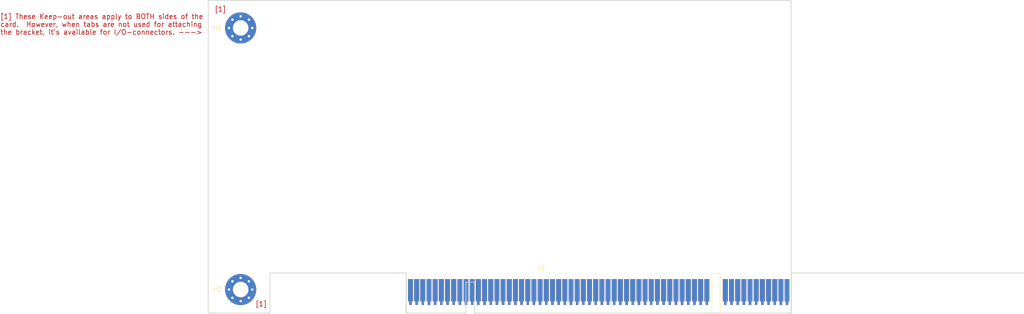
<source format=kicad_pcb>
(kicad_pcb (version 20171130) (host pcbnew "(5.1.7)-1")

  (general
    (thickness 1.6)
    (drawings 45)
    (tracks 0)
    (zones 0)
    (modules 3)
    (nets 122)
  )

  (page A4)
  (layers
    (0 Top signal)
    (1 GND power)
    (2 Power power)
    (31 Bottom signal)
    (32 B.Adhes user)
    (33 F.Adhes user)
    (34 B.Paste user)
    (35 F.Paste user)
    (36 B.SilkS user)
    (37 F.SilkS user)
    (38 B.Mask user)
    (39 F.Mask user)
    (40 Dwgs.User user)
    (41 Cmts.User user)
    (42 Eco1.User user)
    (43 Eco2.User user)
    (44 Edge.Cuts user)
    (45 Margin user)
    (46 B.CrtYd user)
    (47 F.CrtYd user)
    (48 B.Fab user)
    (49 F.Fab user)
  )

  (setup
    (last_trace_width 0.25)
    (user_trace_width 0.1)
    (user_trace_width 0.15)
    (user_trace_width 0.175)
    (user_trace_width 0.2)
    (user_trace_width 0.3)
    (user_trace_width 0.35)
    (user_trace_width 0.4)
    (user_trace_width 0.5)
    (user_trace_width 1)
    (trace_clearance 0.2)
    (zone_clearance 0.508)
    (zone_45_only no)
    (trace_min 0.1)
    (via_size 0.8)
    (via_drill 0.4)
    (via_min_size 0.45)
    (via_min_drill 0.2)
    (user_via 0.45 0.2)
    (user_via 0.5 0.25)
    (user_via 0.6 0.3)
    (user_via 0.7 0.35)
    (user_via 0.8 0.4)
    (user_via 1 0.5)
    (user_via 1.5 0.75)
    (user_via 3.5 2)
    (uvia_size 0.45)
    (uvia_drill 0.2)
    (uvias_allowed no)
    (uvia_min_size 0.2)
    (uvia_min_drill 0.1)
    (edge_width 0.05)
    (segment_width 0.2)
    (pcb_text_width 0.3)
    (pcb_text_size 1.5 1.5)
    (mod_edge_width 0.12)
    (mod_text_size 1 1)
    (mod_text_width 0.15)
    (pad_size 6.4 6.4)
    (pad_drill 3.2)
    (pad_to_mask_clearance 0.051)
    (solder_mask_min_width 0.1)
    (aux_axis_origin 0 0)
    (visible_elements 7FFFFFFF)
    (pcbplotparams
      (layerselection 0x010fc_ffffffff)
      (usegerberextensions false)
      (usegerberattributes false)
      (usegerberadvancedattributes false)
      (creategerberjobfile false)
      (excludeedgelayer true)
      (linewidth 0.100000)
      (plotframeref false)
      (viasonmask false)
      (mode 1)
      (useauxorigin false)
      (hpglpennumber 1)
      (hpglpenspeed 20)
      (hpglpendiameter 15.000000)
      (psnegative false)
      (psa4output false)
      (plotreference true)
      (plotvalue true)
      (plotinvisibletext false)
      (padsonsilk false)
      (subtractmaskfromsilk false)
      (outputformat 1)
      (mirror false)
      (drillshape 1)
      (scaleselection 1)
      (outputdirectory ""))
  )

  (net 0 "")
  (net 1 GND)
  (net 2 "Net-(J1-PadA62)")
  (net 3 "Net-(J1-PadA61)")
  (net 4 "Net-(J1-PadA60)")
  (net 5 "Net-(J1-PadA59)")
  (net 6 "Net-(J1-PadA58)")
  (net 7 "Net-(J1-PadA57)")
  (net 8 "Net-(J1-PadA56)")
  (net 9 "Net-(J1-PadA55)")
  (net 10 "Net-(J1-PadA54)")
  (net 11 "Net-(J1-PadA53)")
  (net 12 "Net-(J1-PadA52)")
  (net 13 "Net-(J1-PadA49)")
  (net 14 "Net-(J1-PadA48)")
  (net 15 "Net-(J1-PadA47)")
  (net 16 "Net-(J1-PadA46)")
  (net 17 "Net-(J1-PadA45)")
  (net 18 "Net-(J1-PadA44)")
  (net 19 "Net-(J1-PadA43)")
  (net 20 "Net-(J1-PadA42)")
  (net 21 "Net-(J1-PadA41)")
  (net 22 "Net-(J1-PadA40)")
  (net 23 "Net-(J1-PadA39)")
  (net 24 "Net-(J1-PadA38)")
  (net 25 "Net-(J1-PadA37)")
  (net 26 "Net-(J1-PadA36)")
  (net 27 "Net-(J1-PadA35)")
  (net 28 "Net-(J1-PadA34)")
  (net 29 "Net-(J1-PadA33)")
  (net 30 "Net-(J1-PadA32)")
  (net 31 "Net-(J1-PadA31)")
  (net 32 "Net-(J1-PadA30)")
  (net 33 "Net-(J1-PadA29)")
  (net 34 "Net-(J1-PadA28)")
  (net 35 "Net-(J1-PadA27)")
  (net 36 "Net-(J1-PadA26)")
  (net 37 "Net-(J1-PadA25)")
  (net 38 "Net-(J1-PadA24)")
  (net 39 "Net-(J1-PadA23)")
  (net 40 "Net-(J1-PadA22)")
  (net 41 "Net-(J1-PadA21)")
  (net 42 "Net-(J1-PadA20)")
  (net 43 "Net-(J1-PadA19)")
  (net 44 "Net-(J1-PadA18)")
  (net 45 "Net-(J1-PadA17)")
  (net 46 "Net-(J1-PadA16)")
  (net 47 "Net-(J1-PadA15)")
  (net 48 "Net-(J1-PadA14)")
  (net 49 "Net-(J1-PadA13)")
  (net 50 "Net-(J1-PadA12)")
  (net 51 "Net-(J1-PadA11)")
  (net 52 "Net-(J1-PadA10)")
  (net 53 "Net-(J1-PadA9)")
  (net 54 "Net-(J1-PadA8)")
  (net 55 "Net-(J1-PadA7)")
  (net 56 "Net-(J1-PadA6)")
  (net 57 "Net-(J1-PadA5)")
  (net 58 "Net-(J1-PadA4)")
  (net 59 "Net-(J1-PadA3)")
  (net 60 "Net-(J1-PadA2)")
  (net 61 "Net-(J1-PadA1)")
  (net 62 "Net-(J1-PadB1)")
  (net 63 "Net-(J1-PadB62)")
  (net 64 "Net-(J1-PadB61)")
  (net 65 "Net-(J1-PadB60)")
  (net 66 "Net-(J1-PadB59)")
  (net 67 "Net-(J1-PadB58)")
  (net 68 "Net-(J1-PadB57)")
  (net 69 "Net-(J1-PadB56)")
  (net 70 "Net-(J1-PadB55)")
  (net 71 "Net-(J1-PadB54)")
  (net 72 "Net-(J1-PadB53)")
  (net 73 "Net-(J1-PadB52)")
  (net 74 "Net-(J1-PadB49)")
  (net 75 "Net-(J1-PadB48)")
  (net 76 "Net-(J1-PadB47)")
  (net 77 "Net-(J1-PadB46)")
  (net 78 "Net-(J1-PadB45)")
  (net 79 "Net-(J1-PadB44)")
  (net 80 "Net-(J1-PadB43)")
  (net 81 "Net-(J1-PadB42)")
  (net 82 "Net-(J1-PadB41)")
  (net 83 "Net-(J1-PadB40)")
  (net 84 "Net-(J1-PadB39)")
  (net 85 "Net-(J1-PadB38)")
  (net 86 "Net-(J1-PadB37)")
  (net 87 "Net-(J1-PadB36)")
  (net 88 "Net-(J1-PadB35)")
  (net 89 "Net-(J1-PadB34)")
  (net 90 "Net-(J1-PadB33)")
  (net 91 "Net-(J1-PadB32)")
  (net 92 "Net-(J1-PadB31)")
  (net 93 "Net-(J1-PadB30)")
  (net 94 "Net-(J1-PadB29)")
  (net 95 "Net-(J1-PadB28)")
  (net 96 "Net-(J1-PadB27)")
  (net 97 "Net-(J1-PadB26)")
  (net 98 "Net-(J1-PadB25)")
  (net 99 "Net-(J1-PadB24)")
  (net 100 "Net-(J1-PadB23)")
  (net 101 "Net-(J1-PadB22)")
  (net 102 "Net-(J1-PadB21)")
  (net 103 "Net-(J1-PadB20)")
  (net 104 "Net-(J1-PadB19)")
  (net 105 "Net-(J1-PadB18)")
  (net 106 "Net-(J1-PadB17)")
  (net 107 "Net-(J1-PadB16)")
  (net 108 "Net-(J1-PadB15)")
  (net 109 "Net-(J1-PadB14)")
  (net 110 "Net-(J1-PadB13)")
  (net 111 "Net-(J1-PadB12)")
  (net 112 "Net-(J1-PadB11)")
  (net 113 "Net-(J1-PadB10)")
  (net 114 "Net-(J1-PadB9)")
  (net 115 "Net-(J1-PadB8)")
  (net 116 "Net-(J1-PadB7)")
  (net 117 "Net-(J1-PadB6)")
  (net 118 "Net-(J1-PadB5)")
  (net 119 "Net-(J1-PadB4)")
  (net 120 "Net-(J1-PadB3)")
  (net 121 "Net-(J1-PadB2)")

  (net_class Default "This is the default net class."
    (clearance 0.2)
    (trace_width 0.25)
    (via_dia 0.8)
    (via_drill 0.4)
    (uvia_dia 0.45)
    (uvia_drill 0.2)
    (add_net GND)
    (add_net "Net-(J1-PadA1)")
    (add_net "Net-(J1-PadA10)")
    (add_net "Net-(J1-PadA11)")
    (add_net "Net-(J1-PadA12)")
    (add_net "Net-(J1-PadA13)")
    (add_net "Net-(J1-PadA14)")
    (add_net "Net-(J1-PadA15)")
    (add_net "Net-(J1-PadA16)")
    (add_net "Net-(J1-PadA17)")
    (add_net "Net-(J1-PadA18)")
    (add_net "Net-(J1-PadA19)")
    (add_net "Net-(J1-PadA2)")
    (add_net "Net-(J1-PadA20)")
    (add_net "Net-(J1-PadA21)")
    (add_net "Net-(J1-PadA22)")
    (add_net "Net-(J1-PadA23)")
    (add_net "Net-(J1-PadA24)")
    (add_net "Net-(J1-PadA25)")
    (add_net "Net-(J1-PadA26)")
    (add_net "Net-(J1-PadA27)")
    (add_net "Net-(J1-PadA28)")
    (add_net "Net-(J1-PadA29)")
    (add_net "Net-(J1-PadA3)")
    (add_net "Net-(J1-PadA30)")
    (add_net "Net-(J1-PadA31)")
    (add_net "Net-(J1-PadA32)")
    (add_net "Net-(J1-PadA33)")
    (add_net "Net-(J1-PadA34)")
    (add_net "Net-(J1-PadA35)")
    (add_net "Net-(J1-PadA36)")
    (add_net "Net-(J1-PadA37)")
    (add_net "Net-(J1-PadA38)")
    (add_net "Net-(J1-PadA39)")
    (add_net "Net-(J1-PadA4)")
    (add_net "Net-(J1-PadA40)")
    (add_net "Net-(J1-PadA41)")
    (add_net "Net-(J1-PadA42)")
    (add_net "Net-(J1-PadA43)")
    (add_net "Net-(J1-PadA44)")
    (add_net "Net-(J1-PadA45)")
    (add_net "Net-(J1-PadA46)")
    (add_net "Net-(J1-PadA47)")
    (add_net "Net-(J1-PadA48)")
    (add_net "Net-(J1-PadA49)")
    (add_net "Net-(J1-PadA5)")
    (add_net "Net-(J1-PadA52)")
    (add_net "Net-(J1-PadA53)")
    (add_net "Net-(J1-PadA54)")
    (add_net "Net-(J1-PadA55)")
    (add_net "Net-(J1-PadA56)")
    (add_net "Net-(J1-PadA57)")
    (add_net "Net-(J1-PadA58)")
    (add_net "Net-(J1-PadA59)")
    (add_net "Net-(J1-PadA6)")
    (add_net "Net-(J1-PadA60)")
    (add_net "Net-(J1-PadA61)")
    (add_net "Net-(J1-PadA62)")
    (add_net "Net-(J1-PadA7)")
    (add_net "Net-(J1-PadA8)")
    (add_net "Net-(J1-PadA9)")
    (add_net "Net-(J1-PadB1)")
    (add_net "Net-(J1-PadB10)")
    (add_net "Net-(J1-PadB11)")
    (add_net "Net-(J1-PadB12)")
    (add_net "Net-(J1-PadB13)")
    (add_net "Net-(J1-PadB14)")
    (add_net "Net-(J1-PadB15)")
    (add_net "Net-(J1-PadB16)")
    (add_net "Net-(J1-PadB17)")
    (add_net "Net-(J1-PadB18)")
    (add_net "Net-(J1-PadB19)")
    (add_net "Net-(J1-PadB2)")
    (add_net "Net-(J1-PadB20)")
    (add_net "Net-(J1-PadB21)")
    (add_net "Net-(J1-PadB22)")
    (add_net "Net-(J1-PadB23)")
    (add_net "Net-(J1-PadB24)")
    (add_net "Net-(J1-PadB25)")
    (add_net "Net-(J1-PadB26)")
    (add_net "Net-(J1-PadB27)")
    (add_net "Net-(J1-PadB28)")
    (add_net "Net-(J1-PadB29)")
    (add_net "Net-(J1-PadB3)")
    (add_net "Net-(J1-PadB30)")
    (add_net "Net-(J1-PadB31)")
    (add_net "Net-(J1-PadB32)")
    (add_net "Net-(J1-PadB33)")
    (add_net "Net-(J1-PadB34)")
    (add_net "Net-(J1-PadB35)")
    (add_net "Net-(J1-PadB36)")
    (add_net "Net-(J1-PadB37)")
    (add_net "Net-(J1-PadB38)")
    (add_net "Net-(J1-PadB39)")
    (add_net "Net-(J1-PadB4)")
    (add_net "Net-(J1-PadB40)")
    (add_net "Net-(J1-PadB41)")
    (add_net "Net-(J1-PadB42)")
    (add_net "Net-(J1-PadB43)")
    (add_net "Net-(J1-PadB44)")
    (add_net "Net-(J1-PadB45)")
    (add_net "Net-(J1-PadB46)")
    (add_net "Net-(J1-PadB47)")
    (add_net "Net-(J1-PadB48)")
    (add_net "Net-(J1-PadB49)")
    (add_net "Net-(J1-PadB5)")
    (add_net "Net-(J1-PadB52)")
    (add_net "Net-(J1-PadB53)")
    (add_net "Net-(J1-PadB54)")
    (add_net "Net-(J1-PadB55)")
    (add_net "Net-(J1-PadB56)")
    (add_net "Net-(J1-PadB57)")
    (add_net "Net-(J1-PadB58)")
    (add_net "Net-(J1-PadB59)")
    (add_net "Net-(J1-PadB6)")
    (add_net "Net-(J1-PadB60)")
    (add_net "Net-(J1-PadB61)")
    (add_net "Net-(J1-PadB62)")
    (add_net "Net-(J1-PadB7)")
    (add_net "Net-(J1-PadB8)")
    (add_net "Net-(J1-PadB9)")
  )

  (net_class BGA ""
    (clearance 0.127)
    (trace_width 0.1)
    (via_dia 0.45)
    (via_drill 0.2)
    (uvia_dia 0.45)
    (uvia_drill 0.2)
  )

  (module Connector_PCBEdge:BUS_PCI (layer Top) (tedit 5A1AAD44) (tstamp 5F860040)
    (at 145.01 154.97)
    (descr "PCI bus Edge Connector")
    (tags "PCI bus Edge Connector")
    (path /6666DF7A/5F8A4B6D)
    (attr virtual)
    (fp_text reference J1 (at -11.81 -5.78) (layer F.SilkS)
      (effects (font (size 1 1) (thickness 0.15)))
    )
    (fp_text value Bus_PCI_32bit_5V (at 18.29 -5.78) (layer F.Fab)
      (effects (font (size 1 1) (thickness 0.15)))
    )
    (fp_line (start 39.68 3.37) (end 39.68 -4.88) (layer F.SilkS) (width 0.12))
    (fp_line (start 39.68 -4.88) (end 39.98 -4.88) (layer F.SilkS) (width 0.12))
    (fp_line (start 23.28 3.37) (end 23.28 -4.83) (layer F.SilkS) (width 0.12))
    (fp_line (start 23.28 -4.83) (end 24.93 -4.83) (layer F.SilkS) (width 0.12))
    (fp_line (start 24.93 -4.83) (end 24.98 3.37) (layer F.SilkS) (width 0.12))
    (fp_line (start -40.27 -4.88) (end -39.67 -4.88) (layer F.SilkS) (width 0.12))
    (fp_line (start -39.67 -4.88) (end -39.72 3.37) (layer F.SilkS) (width 0.12))
    (fp_line (start -39.62 -4.89) (end -39.62 3.37) (layer F.Fab) (width 0.1))
    (fp_line (start -39.62 3.37) (end 23.24 3.37) (layer F.Fab) (width 0.1))
    (fp_line (start 23.24 3.37) (end 23.24 -4.89) (layer F.Fab) (width 0.1))
    (fp_line (start 23.24 -4.89) (end 25.02 -4.89) (layer F.Fab) (width 0.1))
    (fp_line (start 25.02 -4.89) (end 25.02 3.37) (layer F.Fab) (width 0.1))
    (fp_line (start 25.02 3.37) (end 39.62 3.37) (layer F.Fab) (width 0.1))
    (fp_line (start 39.62 3.37) (end 39.62 -4.89) (layer F.Fab) (width 0.1))
    (fp_line (start -39.87 -5.14) (end 39.87 -5.14) (layer F.CrtYd) (width 0.05))
    (fp_line (start -39.87 -5.14) (end -39.87 3.62) (layer F.CrtYd) (width 0.05))
    (fp_line (start 39.87 3.62) (end 39.87 -5.14) (layer F.CrtYd) (width 0.05))
    (fp_line (start 39.87 3.62) (end -39.87 3.62) (layer F.CrtYd) (width 0.05))
    (fp_text user %R (at 0 -0.76) (layer F.Fab)
      (effects (font (size 1 1) (thickness 0.15)))
    )
    (pad A62 connect rect (at 38.73 1.33) (size 0.51 0.76) (layers Bottom B.Mask)
      (net 2 "Net-(J1-PadA62)"))
    (pad A61 connect rect (at 37.47 1.33) (size 0.51 0.76) (layers Bottom B.Mask)
      (net 3 "Net-(J1-PadA61)"))
    (pad A60 connect rect (at 36.2 1.33) (size 0.51 0.76) (layers Bottom B.Mask)
      (net 4 "Net-(J1-PadA60)"))
    (pad A59 connect rect (at 34.93 1.33) (size 0.51 0.76) (layers Bottom B.Mask)
      (net 5 "Net-(J1-PadA59)"))
    (pad A58 connect rect (at 33.66 1.33) (size 0.51 0.76) (layers Bottom B.Mask)
      (net 6 "Net-(J1-PadA58)"))
    (pad A57 connect rect (at 32.39 1.33) (size 0.51 0.76) (layers Bottom B.Mask)
      (net 7 "Net-(J1-PadA57)"))
    (pad A56 connect rect (at 31.12 1.33) (size 0.51 0.76) (layers Bottom B.Mask)
      (net 8 "Net-(J1-PadA56)"))
    (pad A55 connect rect (at 29.85 1.33) (size 0.51 0.76) (layers Bottom B.Mask)
      (net 9 "Net-(J1-PadA55)"))
    (pad A54 connect rect (at 28.58 1.33) (size 0.51 0.76) (layers Bottom B.Mask)
      (net 10 "Net-(J1-PadA54)"))
    (pad A53 connect rect (at 27.31 1.33) (size 0.51 0.76) (layers Bottom B.Mask)
      (net 11 "Net-(J1-PadA53)"))
    (pad A52 connect rect (at 26.04 1.33) (size 0.51 0.76) (layers Bottom B.Mask)
      (net 12 "Net-(J1-PadA52)"))
    (pad A49 connect rect (at 22.23 1.33) (size 0.51 0.76) (layers Bottom B.Mask)
      (net 13 "Net-(J1-PadA49)"))
    (pad A48 connect rect (at 20.96 1.33) (size 0.51 0.76) (layers Bottom B.Mask)
      (net 14 "Net-(J1-PadA48)"))
    (pad A47 connect rect (at 19.69 1.33) (size 0.51 0.76) (layers Bottom B.Mask)
      (net 15 "Net-(J1-PadA47)"))
    (pad A46 connect rect (at 18.42 1.33) (size 0.51 0.76) (layers Bottom B.Mask)
      (net 16 "Net-(J1-PadA46)"))
    (pad A45 connect rect (at 17.15 1.33) (size 0.51 0.76) (layers Bottom B.Mask)
      (net 17 "Net-(J1-PadA45)"))
    (pad A44 connect rect (at 15.88 1.33) (size 0.51 0.76) (layers Bottom B.Mask)
      (net 18 "Net-(J1-PadA44)"))
    (pad A43 connect rect (at 14.61 1.33) (size 0.51 0.76) (layers Bottom B.Mask)
      (net 19 "Net-(J1-PadA43)"))
    (pad A42 connect rect (at 13.34 1.33) (size 0.51 0.76) (layers Bottom B.Mask)
      (net 20 "Net-(J1-PadA42)"))
    (pad A41 connect rect (at 12.07 1.33) (size 0.51 0.76) (layers Bottom B.Mask)
      (net 21 "Net-(J1-PadA41)"))
    (pad A40 connect rect (at 10.8 1.33) (size 0.51 0.76) (layers Bottom B.Mask)
      (net 22 "Net-(J1-PadA40)"))
    (pad A39 connect rect (at 9.53 1.33) (size 0.51 0.76) (layers Bottom B.Mask)
      (net 23 "Net-(J1-PadA39)"))
    (pad A38 connect rect (at 8.26 1.33) (size 0.51 0.76) (layers Bottom B.Mask)
      (net 24 "Net-(J1-PadA38)"))
    (pad A37 connect rect (at 6.99 1.33) (size 0.51 0.76) (layers Bottom B.Mask)
      (net 25 "Net-(J1-PadA37)"))
    (pad A36 connect rect (at 5.72 1.33) (size 0.51 0.76) (layers Bottom B.Mask)
      (net 26 "Net-(J1-PadA36)"))
    (pad A35 connect rect (at 4.45 1.33) (size 0.51 0.76) (layers Bottom B.Mask)
      (net 27 "Net-(J1-PadA35)"))
    (pad A34 connect rect (at 3.18 1.33) (size 0.51 0.76) (layers Bottom B.Mask)
      (net 28 "Net-(J1-PadA34)"))
    (pad A33 connect rect (at 1.91 1.33) (size 0.51 0.76) (layers Bottom B.Mask)
      (net 29 "Net-(J1-PadA33)"))
    (pad A32 connect rect (at 0.64 1.33) (size 0.51 0.76) (layers Bottom B.Mask)
      (net 30 "Net-(J1-PadA32)"))
    (pad A31 connect rect (at -0.63 1.33) (size 0.51 0.76) (layers Bottom B.Mask)
      (net 31 "Net-(J1-PadA31)"))
    (pad A30 connect rect (at -1.9 1.33) (size 0.51 0.76) (layers Bottom B.Mask)
      (net 32 "Net-(J1-PadA30)"))
    (pad A29 connect rect (at -3.17 1.33) (size 0.51 0.76) (layers Bottom B.Mask)
      (net 33 "Net-(J1-PadA29)"))
    (pad A28 connect rect (at -4.44 1.33) (size 0.51 0.76) (layers Bottom B.Mask)
      (net 34 "Net-(J1-PadA28)"))
    (pad A27 connect rect (at -5.71 1.33) (size 0.51 0.76) (layers Bottom B.Mask)
      (net 35 "Net-(J1-PadA27)"))
    (pad A26 connect rect (at -6.98 1.33) (size 0.51 0.76) (layers Bottom B.Mask)
      (net 36 "Net-(J1-PadA26)"))
    (pad A25 connect rect (at -8.25 1.33) (size 0.51 0.76) (layers Bottom B.Mask)
      (net 37 "Net-(J1-PadA25)"))
    (pad A24 connect rect (at -9.52 1.33) (size 0.51 0.76) (layers Bottom B.Mask)
      (net 38 "Net-(J1-PadA24)"))
    (pad A23 connect rect (at -10.79 1.33) (size 0.51 0.76) (layers Bottom B.Mask)
      (net 39 "Net-(J1-PadA23)"))
    (pad A22 connect rect (at -12.06 1.33) (size 0.51 0.76) (layers Bottom B.Mask)
      (net 40 "Net-(J1-PadA22)"))
    (pad A21 connect rect (at -13.34 1.33) (size 0.51 0.76) (layers Bottom B.Mask)
      (net 41 "Net-(J1-PadA21)"))
    (pad A20 connect rect (at -14.6 1.33) (size 0.51 0.76) (layers Bottom B.Mask)
      (net 42 "Net-(J1-PadA20)"))
    (pad A19 connect rect (at -15.88 1.33) (size 0.51 0.76) (layers Bottom B.Mask)
      (net 43 "Net-(J1-PadA19)"))
    (pad A18 connect rect (at -17.14 1.33) (size 0.51 0.76) (layers Bottom B.Mask)
      (net 44 "Net-(J1-PadA18)"))
    (pad A17 connect rect (at -18.41 1.33) (size 0.51 0.76) (layers Bottom B.Mask)
      (net 45 "Net-(J1-PadA17)"))
    (pad A16 connect rect (at -19.68 1.33) (size 0.51 0.76) (layers Bottom B.Mask)
      (net 46 "Net-(J1-PadA16)"))
    (pad A15 connect rect (at -20.95 1.33) (size 0.51 0.76) (layers Bottom B.Mask)
      (net 47 "Net-(J1-PadA15)"))
    (pad A14 connect rect (at -22.22 1.33) (size 0.51 0.76) (layers Bottom B.Mask)
      (net 48 "Net-(J1-PadA14)"))
    (pad A13 connect rect (at -23.49 1.33) (size 0.51 0.76) (layers Bottom B.Mask)
      (net 49 "Net-(J1-PadA13)"))
    (pad A12 connect rect (at -24.77 1.33) (size 0.51 0.76) (layers Bottom B.Mask)
      (net 50 "Net-(J1-PadA12)"))
    (pad A11 connect rect (at -26.03 1.33) (size 0.51 0.76) (layers Bottom B.Mask)
      (net 51 "Net-(J1-PadA11)"))
    (pad A10 connect rect (at -27.3 1.33) (size 0.51 0.76) (layers Bottom B.Mask)
      (net 52 "Net-(J1-PadA10)"))
    (pad A9 connect rect (at -28.57 1.33) (size 0.51 0.76) (layers Bottom B.Mask)
      (net 53 "Net-(J1-PadA9)"))
    (pad A8 connect rect (at -29.84 1.33) (size 0.51 0.76) (layers Bottom B.Mask)
      (net 54 "Net-(J1-PadA8)"))
    (pad A7 connect rect (at -31.11 1.33) (size 0.51 0.76) (layers Bottom B.Mask)
      (net 55 "Net-(J1-PadA7)"))
    (pad A6 connect rect (at -32.38 1.33) (size 0.51 0.76) (layers Bottom B.Mask)
      (net 56 "Net-(J1-PadA6)"))
    (pad A5 connect rect (at -33.65 1.33) (size 0.51 0.76) (layers Bottom B.Mask)
      (net 57 "Net-(J1-PadA5)"))
    (pad A4 connect rect (at -34.92 1.33) (size 0.51 0.76) (layers Bottom B.Mask)
      (net 58 "Net-(J1-PadA4)"))
    (pad A3 connect rect (at -36.2 1.33) (size 0.51 0.76) (layers Bottom B.Mask)
      (net 59 "Net-(J1-PadA3)"))
    (pad A2 connect rect (at -37.46 1.33) (size 0.51 0.76) (layers Bottom B.Mask)
      (net 60 "Net-(J1-PadA2)"))
    (pad A1 connect rect (at -38.73 1.33) (size 0.51 0.76) (layers Bottom B.Mask)
      (net 61 "Net-(J1-PadA1)"))
    (pad B1 connect rect (at -38.73 1.33) (size 0.51 0.76) (layers Top F.Mask)
      (net 62 "Net-(J1-PadB1)"))
    (pad B62 connect rect (at 38.73 1.33) (size 0.51 0.76) (layers Top F.Mask)
      (net 63 "Net-(J1-PadB62)"))
    (pad B61 connect rect (at 37.47 1.33) (size 0.51 0.76) (layers Top F.Mask)
      (net 64 "Net-(J1-PadB61)"))
    (pad B60 connect rect (at 36.2 1.33) (size 0.51 0.76) (layers Top F.Mask)
      (net 65 "Net-(J1-PadB60)"))
    (pad B59 connect rect (at 34.93 1.33) (size 0.51 0.76) (layers Top F.Mask)
      (net 66 "Net-(J1-PadB59)"))
    (pad B58 connect rect (at 33.66 1.33) (size 0.51 0.76) (layers Top F.Mask)
      (net 67 "Net-(J1-PadB58)"))
    (pad B57 connect rect (at 32.39 1.33) (size 0.51 0.76) (layers Top F.Mask)
      (net 68 "Net-(J1-PadB57)"))
    (pad B56 connect rect (at 31.12 1.33) (size 0.51 0.76) (layers Top F.Mask)
      (net 69 "Net-(J1-PadB56)"))
    (pad B55 connect rect (at 29.85 1.33) (size 0.51 0.76) (layers Top F.Mask)
      (net 70 "Net-(J1-PadB55)"))
    (pad B54 connect rect (at 28.58 1.33) (size 0.51 0.76) (layers Top F.Mask)
      (net 71 "Net-(J1-PadB54)"))
    (pad B53 connect rect (at 27.31 1.33) (size 0.51 0.76) (layers Top F.Mask)
      (net 72 "Net-(J1-PadB53)"))
    (pad B52 connect rect (at 26.04 1.33) (size 0.51 0.76) (layers Top F.Mask)
      (net 73 "Net-(J1-PadB52)"))
    (pad B49 connect rect (at 22.23 1.33) (size 0.51 0.76) (layers Top F.Mask)
      (net 74 "Net-(J1-PadB49)"))
    (pad B48 connect rect (at 20.96 1.33) (size 0.51 0.76) (layers Top F.Mask)
      (net 75 "Net-(J1-PadB48)"))
    (pad B47 connect rect (at 19.69 1.33) (size 0.51 0.76) (layers Top F.Mask)
      (net 76 "Net-(J1-PadB47)"))
    (pad B46 connect rect (at 18.42 1.33) (size 0.51 0.76) (layers Top F.Mask)
      (net 77 "Net-(J1-PadB46)"))
    (pad B45 connect rect (at 17.15 1.33) (size 0.51 0.76) (layers Top F.Mask)
      (net 78 "Net-(J1-PadB45)"))
    (pad B44 connect rect (at 15.88 1.33) (size 0.51 0.76) (layers Top F.Mask)
      (net 79 "Net-(J1-PadB44)"))
    (pad B43 connect rect (at 14.61 1.33) (size 0.51 0.76) (layers Top F.Mask)
      (net 80 "Net-(J1-PadB43)"))
    (pad B42 connect rect (at 13.34 1.33) (size 0.51 0.76) (layers Top F.Mask)
      (net 81 "Net-(J1-PadB42)"))
    (pad B41 connect rect (at 12.07 1.33) (size 0.51 0.76) (layers Top F.Mask)
      (net 82 "Net-(J1-PadB41)"))
    (pad B40 connect rect (at 10.8 1.33) (size 0.51 0.76) (layers Top F.Mask)
      (net 83 "Net-(J1-PadB40)"))
    (pad B39 connect rect (at 9.53 1.33) (size 0.51 0.76) (layers Top F.Mask)
      (net 84 "Net-(J1-PadB39)"))
    (pad B38 connect rect (at 8.26 1.33) (size 0.51 0.76) (layers Top F.Mask)
      (net 85 "Net-(J1-PadB38)"))
    (pad B37 connect rect (at 6.99 1.33) (size 0.51 0.76) (layers Top F.Mask)
      (net 86 "Net-(J1-PadB37)"))
    (pad B36 connect rect (at 5.72 1.33) (size 0.51 0.76) (layers Top F.Mask)
      (net 87 "Net-(J1-PadB36)"))
    (pad B35 connect rect (at 4.45 1.33) (size 0.51 0.76) (layers Top F.Mask)
      (net 88 "Net-(J1-PadB35)"))
    (pad B34 connect rect (at 3.18 1.33) (size 0.51 0.76) (layers Top F.Mask)
      (net 89 "Net-(J1-PadB34)"))
    (pad B33 connect rect (at 1.91 1.33) (size 0.51 0.76) (layers Top F.Mask)
      (net 90 "Net-(J1-PadB33)"))
    (pad B32 connect rect (at 0.64 1.33) (size 0.51 0.76) (layers Top F.Mask)
      (net 91 "Net-(J1-PadB32)"))
    (pad B31 connect rect (at -0.63 1.33) (size 0.51 0.76) (layers Top F.Mask)
      (net 92 "Net-(J1-PadB31)"))
    (pad B30 connect rect (at -1.9 1.33) (size 0.51 0.76) (layers Top F.Mask)
      (net 93 "Net-(J1-PadB30)"))
    (pad B29 connect rect (at -3.17 1.33) (size 0.51 0.76) (layers Top F.Mask)
      (net 94 "Net-(J1-PadB29)"))
    (pad B28 connect rect (at -4.44 1.33) (size 0.51 0.76) (layers Top F.Mask)
      (net 95 "Net-(J1-PadB28)"))
    (pad B27 connect rect (at -5.71 1.33) (size 0.51 0.76) (layers Top F.Mask)
      (net 96 "Net-(J1-PadB27)"))
    (pad B26 connect rect (at -6.98 1.33) (size 0.51 0.76) (layers Top F.Mask)
      (net 97 "Net-(J1-PadB26)"))
    (pad B25 connect rect (at -8.25 1.33) (size 0.51 0.76) (layers Top F.Mask)
      (net 98 "Net-(J1-PadB25)"))
    (pad B24 connect rect (at -9.52 1.33) (size 0.51 0.76) (layers Top F.Mask)
      (net 99 "Net-(J1-PadB24)"))
    (pad B23 connect rect (at -10.79 1.33) (size 0.51 0.76) (layers Top F.Mask)
      (net 100 "Net-(J1-PadB23)"))
    (pad B22 connect rect (at -12.06 1.33) (size 0.51 0.76) (layers Top F.Mask)
      (net 101 "Net-(J1-PadB22)"))
    (pad B21 connect rect (at -13.34 1.33) (size 0.51 0.76) (layers Top F.Mask)
      (net 102 "Net-(J1-PadB21)"))
    (pad B20 connect rect (at -14.6 1.33) (size 0.51 0.76) (layers Top F.Mask)
      (net 103 "Net-(J1-PadB20)"))
    (pad B19 connect rect (at -15.88 1.33) (size 0.51 0.76) (layers Top F.Mask)
      (net 104 "Net-(J1-PadB19)"))
    (pad B18 connect rect (at -17.14 1.33) (size 0.51 0.76) (layers Top F.Mask)
      (net 105 "Net-(J1-PadB18)"))
    (pad B17 connect rect (at -18.41 1.33) (size 0.51 0.76) (layers Top F.Mask)
      (net 106 "Net-(J1-PadB17)"))
    (pad B16 connect rect (at -19.68 1.33) (size 0.51 0.76) (layers Top F.Mask)
      (net 107 "Net-(J1-PadB16)"))
    (pad B15 connect rect (at -20.95 1.33) (size 0.51 0.76) (layers Top F.Mask)
      (net 108 "Net-(J1-PadB15)"))
    (pad B14 connect rect (at -22.22 1.33) (size 0.51 0.76) (layers Top F.Mask)
      (net 109 "Net-(J1-PadB14)"))
    (pad B13 connect rect (at -23.49 1.33) (size 0.51 0.76) (layers Top F.Mask)
      (net 110 "Net-(J1-PadB13)"))
    (pad B12 connect rect (at -24.77 1.33) (size 0.51 0.76) (layers Top F.Mask)
      (net 111 "Net-(J1-PadB12)"))
    (pad B11 connect rect (at -26.03 1.33) (size 0.51 0.76) (layers Top F.Mask)
      (net 112 "Net-(J1-PadB11)"))
    (pad B10 connect rect (at -27.3 1.33) (size 0.51 0.76) (layers Top F.Mask)
      (net 113 "Net-(J1-PadB10)"))
    (pad B9 connect rect (at -28.57 1.33) (size 0.51 0.76) (layers Top F.Mask)
      (net 114 "Net-(J1-PadB9)"))
    (pad B8 connect rect (at -29.84 1.33) (size 0.51 0.76) (layers Top F.Mask)
      (net 115 "Net-(J1-PadB8)"))
    (pad B7 connect rect (at -31.11 1.33) (size 0.51 0.76) (layers Top F.Mask)
      (net 116 "Net-(J1-PadB7)"))
    (pad B6 connect rect (at -32.38 1.33) (size 0.51 0.76) (layers Top F.Mask)
      (net 117 "Net-(J1-PadB6)"))
    (pad B5 connect rect (at -33.65 1.33) (size 0.51 0.76) (layers Top F.Mask)
      (net 118 "Net-(J1-PadB5)"))
    (pad B4 connect rect (at -34.92 1.33) (size 0.51 0.76) (layers Top F.Mask)
      (net 119 "Net-(J1-PadB4)"))
    (pad B3 connect rect (at -36.2 1.33) (size 0.51 0.76) (layers Top F.Mask)
      (net 120 "Net-(J1-PadB3)"))
    (pad B2 connect rect (at -37.46 1.33) (size 0.51 0.76) (layers Top F.Mask)
      (net 121 "Net-(J1-PadB2)"))
    (pad A62 connect rect (at 38.73 -1.33) (size 1.02 4.57) (layers Bottom B.Mask)
      (net 2 "Net-(J1-PadA62)"))
    (pad A61 connect rect (at 37.47 -1.33) (size 1.02 4.57) (layers Bottom B.Mask)
      (net 3 "Net-(J1-PadA61)"))
    (pad A60 connect rect (at 36.2 -1.33) (size 1.02 4.57) (layers Bottom B.Mask)
      (net 4 "Net-(J1-PadA60)"))
    (pad A59 connect rect (at 34.93 -1.33) (size 1.02 4.57) (layers Bottom B.Mask)
      (net 5 "Net-(J1-PadA59)"))
    (pad A58 connect rect (at 33.66 -1.33) (size 1.02 4.57) (layers Bottom B.Mask)
      (net 6 "Net-(J1-PadA58)"))
    (pad A57 connect rect (at 32.39 -1.33) (size 1.02 4.57) (layers Bottom B.Mask)
      (net 7 "Net-(J1-PadA57)"))
    (pad A56 connect rect (at 31.12 -1.33) (size 1.02 4.57) (layers Bottom B.Mask)
      (net 8 "Net-(J1-PadA56)"))
    (pad A55 connect rect (at 29.85 -1.33) (size 1.02 4.57) (layers Bottom B.Mask)
      (net 9 "Net-(J1-PadA55)"))
    (pad A54 connect rect (at 28.58 -1.33) (size 1.02 4.57) (layers Bottom B.Mask)
      (net 10 "Net-(J1-PadA54)"))
    (pad A53 connect rect (at 27.31 -1.33) (size 1.02 4.57) (layers Bottom B.Mask)
      (net 11 "Net-(J1-PadA53)"))
    (pad A52 connect rect (at 26.04 -1.33) (size 1.02 4.57) (layers Bottom B.Mask)
      (net 12 "Net-(J1-PadA52)"))
    (pad A49 connect rect (at 22.23 -1.33) (size 1.02 4.57) (layers Bottom B.Mask)
      (net 13 "Net-(J1-PadA49)"))
    (pad A48 connect rect (at 20.96 -1.33) (size 1.02 4.57) (layers Bottom B.Mask)
      (net 14 "Net-(J1-PadA48)"))
    (pad A47 connect rect (at 19.69 -1.33) (size 1.02 4.57) (layers Bottom B.Mask)
      (net 15 "Net-(J1-PadA47)"))
    (pad A46 connect rect (at 18.42 -1.33) (size 1.02 4.57) (layers Bottom B.Mask)
      (net 16 "Net-(J1-PadA46)"))
    (pad A45 connect rect (at 17.15 -1.33) (size 1.02 4.57) (layers Bottom B.Mask)
      (net 17 "Net-(J1-PadA45)"))
    (pad A44 connect rect (at 15.88 -1.33) (size 1.02 4.57) (layers Bottom B.Mask)
      (net 18 "Net-(J1-PadA44)"))
    (pad A43 connect rect (at 14.61 -1.33) (size 1.02 4.57) (layers Bottom B.Mask)
      (net 19 "Net-(J1-PadA43)"))
    (pad A42 connect rect (at 13.34 -1.33) (size 1.02 4.57) (layers Bottom B.Mask)
      (net 20 "Net-(J1-PadA42)"))
    (pad A41 connect rect (at 12.07 -1.33) (size 1.02 4.57) (layers Bottom B.Mask)
      (net 21 "Net-(J1-PadA41)"))
    (pad A40 connect rect (at 10.8 -1.33) (size 1.02 4.57) (layers Bottom B.Mask)
      (net 22 "Net-(J1-PadA40)"))
    (pad A39 connect rect (at 9.53 -1.33) (size 1.02 4.57) (layers Bottom B.Mask)
      (net 23 "Net-(J1-PadA39)"))
    (pad A38 connect rect (at 8.26 -1.33) (size 1.02 4.57) (layers Bottom B.Mask)
      (net 24 "Net-(J1-PadA38)"))
    (pad A37 connect rect (at 6.99 -1.33) (size 1.02 4.57) (layers Bottom B.Mask)
      (net 25 "Net-(J1-PadA37)"))
    (pad A36 connect rect (at 5.72 -1.33) (size 1.02 4.57) (layers Bottom B.Mask)
      (net 26 "Net-(J1-PadA36)"))
    (pad A35 connect rect (at 4.45 -1.33) (size 1.02 4.57) (layers Bottom B.Mask)
      (net 27 "Net-(J1-PadA35)"))
    (pad A34 connect rect (at 3.18 -1.33) (size 1.02 4.57) (layers Bottom B.Mask)
      (net 28 "Net-(J1-PadA34)"))
    (pad A33 connect rect (at 1.91 -1.33) (size 1.02 4.57) (layers Bottom B.Mask)
      (net 29 "Net-(J1-PadA33)"))
    (pad A32 connect rect (at 0.64 -1.33) (size 1.02 4.57) (layers Bottom B.Mask)
      (net 30 "Net-(J1-PadA32)"))
    (pad A31 connect rect (at -0.63 -1.33) (size 1.02 4.57) (layers Bottom B.Mask)
      (net 31 "Net-(J1-PadA31)"))
    (pad A30 connect rect (at -1.9 -1.33) (size 1.02 4.57) (layers Bottom B.Mask)
      (net 32 "Net-(J1-PadA30)"))
    (pad A29 connect rect (at -3.17 -1.33) (size 1.02 4.57) (layers Bottom B.Mask)
      (net 33 "Net-(J1-PadA29)"))
    (pad A28 connect rect (at -4.44 -1.33) (size 1.02 4.57) (layers Bottom B.Mask)
      (net 34 "Net-(J1-PadA28)"))
    (pad A27 connect rect (at -5.71 -1.33) (size 1.02 4.57) (layers Bottom B.Mask)
      (net 35 "Net-(J1-PadA27)"))
    (pad A26 connect rect (at -6.98 -1.33) (size 1.02 4.57) (layers Bottom B.Mask)
      (net 36 "Net-(J1-PadA26)"))
    (pad A25 connect rect (at -8.25 -1.33) (size 1.02 4.57) (layers Bottom B.Mask)
      (net 37 "Net-(J1-PadA25)"))
    (pad A24 connect rect (at -9.52 -1.33) (size 1.02 4.57) (layers Bottom B.Mask)
      (net 38 "Net-(J1-PadA24)"))
    (pad A23 connect rect (at -10.79 -1.33) (size 1.02 4.57) (layers Bottom B.Mask)
      (net 39 "Net-(J1-PadA23)"))
    (pad A22 connect rect (at -12.06 -1.33) (size 1.02 4.57) (layers Bottom B.Mask)
      (net 40 "Net-(J1-PadA22)"))
    (pad A21 connect rect (at -13.34 -1.33) (size 1.02 4.57) (layers Bottom B.Mask)
      (net 41 "Net-(J1-PadA21)"))
    (pad A20 connect rect (at -14.6 -1.33) (size 1.02 4.57) (layers Bottom B.Mask)
      (net 42 "Net-(J1-PadA20)"))
    (pad A19 connect rect (at -15.88 -1.33) (size 1.02 4.57) (layers Bottom B.Mask)
      (net 43 "Net-(J1-PadA19)"))
    (pad A18 connect rect (at -17.14 -1.33) (size 1.02 4.57) (layers Bottom B.Mask)
      (net 44 "Net-(J1-PadA18)"))
    (pad A17 connect rect (at -18.41 -1.33) (size 1.02 4.57) (layers Bottom B.Mask)
      (net 45 "Net-(J1-PadA17)"))
    (pad A16 connect rect (at -19.68 -1.33) (size 1.02 4.57) (layers Bottom B.Mask)
      (net 46 "Net-(J1-PadA16)"))
    (pad A15 connect rect (at -20.95 -1.33) (size 1.02 4.57) (layers Bottom B.Mask)
      (net 47 "Net-(J1-PadA15)"))
    (pad A14 connect rect (at -22.22 -1.33) (size 1.02 4.57) (layers Bottom B.Mask)
      (net 48 "Net-(J1-PadA14)"))
    (pad A13 connect rect (at -23.49 -1.33) (size 1.02 4.57) (layers Bottom B.Mask)
      (net 49 "Net-(J1-PadA13)"))
    (pad A12 connect rect (at -24.77 -1.33) (size 1.02 4.57) (layers Bottom B.Mask)
      (net 50 "Net-(J1-PadA12)"))
    (pad A11 connect rect (at -26.03 -1.33) (size 1.02 4.57) (layers Bottom B.Mask)
      (net 51 "Net-(J1-PadA11)"))
    (pad A10 connect rect (at -27.3 -1.33) (size 1.02 4.57) (layers Bottom B.Mask)
      (net 52 "Net-(J1-PadA10)"))
    (pad A9 connect rect (at -28.57 -1.33) (size 1.02 4.57) (layers Bottom B.Mask)
      (net 53 "Net-(J1-PadA9)"))
    (pad A8 connect rect (at -29.84 -1.33) (size 1.02 4.57) (layers Bottom B.Mask)
      (net 54 "Net-(J1-PadA8)"))
    (pad A7 connect rect (at -31.11 -1.33) (size 1.02 4.57) (layers Bottom B.Mask)
      (net 55 "Net-(J1-PadA7)"))
    (pad A6 connect rect (at -32.38 -1.33) (size 1.02 4.57) (layers Bottom B.Mask)
      (net 56 "Net-(J1-PadA6)"))
    (pad A5 connect rect (at -33.65 -1.33) (size 1.02 4.57) (layers Bottom B.Mask)
      (net 57 "Net-(J1-PadA5)"))
    (pad A4 connect rect (at -34.92 -1.33) (size 1.02 4.57) (layers Bottom B.Mask)
      (net 58 "Net-(J1-PadA4)"))
    (pad A3 connect rect (at -36.2 -1.33) (size 1.02 4.57) (layers Bottom B.Mask)
      (net 59 "Net-(J1-PadA3)"))
    (pad A2 connect rect (at -37.46 -1.33) (size 1.02 4.57) (layers Bottom B.Mask)
      (net 60 "Net-(J1-PadA2)"))
    (pad A1 connect rect (at -38.73 -1.33) (size 1.02 4.57) (layers Bottom B.Mask)
      (net 61 "Net-(J1-PadA1)"))
    (pad B62 connect rect (at 38.73 -1.33) (size 1.02 4.57) (layers Top F.Mask)
      (net 63 "Net-(J1-PadB62)"))
    (pad B61 connect rect (at 37.47 -1.33) (size 1.02 4.57) (layers Top F.Mask)
      (net 64 "Net-(J1-PadB61)"))
    (pad B60 connect rect (at 36.2 -1.33) (size 1.02 4.57) (layers Top F.Mask)
      (net 65 "Net-(J1-PadB60)"))
    (pad B59 connect rect (at 34.93 -1.33) (size 1.02 4.57) (layers Top F.Mask)
      (net 66 "Net-(J1-PadB59)"))
    (pad B58 connect rect (at 33.66 -1.33) (size 1.02 4.57) (layers Top F.Mask)
      (net 67 "Net-(J1-PadB58)"))
    (pad B57 connect rect (at 32.39 -1.33) (size 1.02 4.57) (layers Top F.Mask)
      (net 68 "Net-(J1-PadB57)"))
    (pad B56 connect rect (at 31.12 -1.33) (size 1.02 4.57) (layers Top F.Mask)
      (net 69 "Net-(J1-PadB56)"))
    (pad B55 connect rect (at 29.85 -1.33) (size 1.02 4.57) (layers Top F.Mask)
      (net 70 "Net-(J1-PadB55)"))
    (pad B54 connect rect (at 28.58 -1.33) (size 1.02 4.57) (layers Top F.Mask)
      (net 71 "Net-(J1-PadB54)"))
    (pad B53 connect rect (at 27.31 -1.33) (size 1.02 4.57) (layers Top F.Mask)
      (net 72 "Net-(J1-PadB53)"))
    (pad B52 connect rect (at 26.04 -1.33) (size 1.02 4.57) (layers Top F.Mask)
      (net 73 "Net-(J1-PadB52)"))
    (pad B49 connect rect (at 22.23 -1.33) (size 1.02 4.57) (layers Top F.Mask)
      (net 74 "Net-(J1-PadB49)"))
    (pad B48 connect rect (at 20.96 -1.33) (size 1.02 4.57) (layers Top F.Mask)
      (net 75 "Net-(J1-PadB48)"))
    (pad B47 connect rect (at 19.69 -1.33) (size 1.02 4.57) (layers Top F.Mask)
      (net 76 "Net-(J1-PadB47)"))
    (pad B46 connect rect (at 18.42 -1.33) (size 1.02 4.57) (layers Top F.Mask)
      (net 77 "Net-(J1-PadB46)"))
    (pad B45 connect rect (at 17.15 -1.33) (size 1.02 4.57) (layers Top F.Mask)
      (net 78 "Net-(J1-PadB45)"))
    (pad B44 connect rect (at 15.88 -1.33) (size 1.02 4.57) (layers Top F.Mask)
      (net 79 "Net-(J1-PadB44)"))
    (pad B43 connect rect (at 14.61 -1.33) (size 1.02 4.57) (layers Top F.Mask)
      (net 80 "Net-(J1-PadB43)"))
    (pad B42 connect rect (at 13.34 -1.33) (size 1.02 4.57) (layers Top F.Mask)
      (net 81 "Net-(J1-PadB42)"))
    (pad B41 connect rect (at 12.07 -1.33) (size 1.02 4.57) (layers Top F.Mask)
      (net 82 "Net-(J1-PadB41)"))
    (pad B40 connect rect (at 10.8 -1.33) (size 1.02 4.57) (layers Top F.Mask)
      (net 83 "Net-(J1-PadB40)"))
    (pad B39 connect rect (at 9.53 -1.33) (size 1.02 4.57) (layers Top F.Mask)
      (net 84 "Net-(J1-PadB39)"))
    (pad B38 connect rect (at 8.26 -1.33) (size 1.02 4.57) (layers Top F.Mask)
      (net 85 "Net-(J1-PadB38)"))
    (pad B37 connect rect (at 6.99 -1.33) (size 1.02 4.57) (layers Top F.Mask)
      (net 86 "Net-(J1-PadB37)"))
    (pad B36 connect rect (at 5.72 -1.33) (size 1.02 4.57) (layers Top F.Mask)
      (net 87 "Net-(J1-PadB36)"))
    (pad B35 connect rect (at 4.45 -1.33) (size 1.02 4.57) (layers Top F.Mask)
      (net 88 "Net-(J1-PadB35)"))
    (pad B34 connect rect (at 3.18 -1.33) (size 1.02 4.57) (layers Top F.Mask)
      (net 89 "Net-(J1-PadB34)"))
    (pad B33 connect rect (at 1.91 -1.33) (size 1.02 4.57) (layers Top F.Mask)
      (net 90 "Net-(J1-PadB33)"))
    (pad B32 connect rect (at 0.64 -1.33) (size 1.02 4.57) (layers Top F.Mask)
      (net 91 "Net-(J1-PadB32)"))
    (pad B31 connect rect (at -0.63 -1.33) (size 1.02 4.57) (layers Top F.Mask)
      (net 92 "Net-(J1-PadB31)"))
    (pad B30 connect rect (at -1.9 -1.33) (size 1.02 4.57) (layers Top F.Mask)
      (net 93 "Net-(J1-PadB30)"))
    (pad B29 connect rect (at -3.17 -1.33) (size 1.02 4.57) (layers Top F.Mask)
      (net 94 "Net-(J1-PadB29)"))
    (pad B28 connect rect (at -4.44 -1.33) (size 1.02 4.57) (layers Top F.Mask)
      (net 95 "Net-(J1-PadB28)"))
    (pad B27 connect rect (at -5.71 -1.33) (size 1.02 4.57) (layers Top F.Mask)
      (net 96 "Net-(J1-PadB27)"))
    (pad B26 connect rect (at -6.98 -1.33) (size 1.02 4.57) (layers Top F.Mask)
      (net 97 "Net-(J1-PadB26)"))
    (pad B25 connect rect (at -8.25 -1.33) (size 1.02 4.57) (layers Top F.Mask)
      (net 98 "Net-(J1-PadB25)"))
    (pad B24 connect rect (at -9.52 -1.33) (size 1.02 4.57) (layers Top F.Mask)
      (net 99 "Net-(J1-PadB24)"))
    (pad B23 connect rect (at -10.79 -1.33) (size 1.02 4.57) (layers Top F.Mask)
      (net 100 "Net-(J1-PadB23)"))
    (pad B22 connect rect (at -12.06 -1.33) (size 1.02 4.57) (layers Top F.Mask)
      (net 101 "Net-(J1-PadB22)"))
    (pad B21 connect rect (at -13.34 -1.33) (size 1.02 4.57) (layers Top F.Mask)
      (net 102 "Net-(J1-PadB21)"))
    (pad B20 connect rect (at -14.6 -1.33) (size 1.02 4.57) (layers Top F.Mask)
      (net 103 "Net-(J1-PadB20)"))
    (pad B19 connect rect (at -15.88 -1.33) (size 1.02 4.57) (layers Top F.Mask)
      (net 104 "Net-(J1-PadB19)"))
    (pad B18 connect rect (at -17.14 -1.33) (size 1.02 4.57) (layers Top F.Mask)
      (net 105 "Net-(J1-PadB18)"))
    (pad B17 connect rect (at -18.41 -1.33) (size 1.02 4.57) (layers Top F.Mask)
      (net 106 "Net-(J1-PadB17)"))
    (pad B16 connect rect (at -19.68 -1.33) (size 1.02 4.57) (layers Top F.Mask)
      (net 107 "Net-(J1-PadB16)"))
    (pad B15 connect rect (at -20.95 -1.33) (size 1.02 4.57) (layers Top F.Mask)
      (net 108 "Net-(J1-PadB15)"))
    (pad B14 connect rect (at -22.22 -1.33) (size 1.02 4.57) (layers Top F.Mask)
      (net 109 "Net-(J1-PadB14)"))
    (pad B13 connect rect (at -23.49 -1.33) (size 1.02 4.57) (layers Top F.Mask)
      (net 110 "Net-(J1-PadB13)"))
    (pad B12 connect rect (at -24.77 -1.33) (size 1.02 4.57) (layers Top F.Mask)
      (net 111 "Net-(J1-PadB12)"))
    (pad B11 connect rect (at -26.03 -1.33) (size 1.02 4.57) (layers Top F.Mask)
      (net 112 "Net-(J1-PadB11)"))
    (pad B10 connect rect (at -27.3 -1.33) (size 1.02 4.57) (layers Top F.Mask)
      (net 113 "Net-(J1-PadB10)"))
    (pad B9 connect rect (at -28.57 -1.33) (size 1.02 4.57) (layers Top F.Mask)
      (net 114 "Net-(J1-PadB9)"))
    (pad B8 connect rect (at -29.84 -1.33) (size 1.02 4.57) (layers Top F.Mask)
      (net 115 "Net-(J1-PadB8)"))
    (pad B7 connect rect (at -31.11 -1.33) (size 1.02 4.57) (layers Top F.Mask)
      (net 116 "Net-(J1-PadB7)"))
    (pad B6 connect rect (at -32.38 -1.33) (size 1.02 4.57) (layers Top F.Mask)
      (net 117 "Net-(J1-PadB6)"))
    (pad B5 connect rect (at -33.65 -1.33) (size 1.02 4.57) (layers Top F.Mask)
      (net 118 "Net-(J1-PadB5)"))
    (pad B4 connect rect (at -34.92 -1.33) (size 1.02 4.57) (layers Top F.Mask)
      (net 119 "Net-(J1-PadB4)"))
    (pad B3 connect rect (at -36.2 -1.33) (size 1.02 4.57) (layers Top F.Mask)
      (net 120 "Net-(J1-PadB3)"))
    (pad B2 connect rect (at -37.46 -1.33) (size 1.02 4.57) (layers Top F.Mask)
      (net 121 "Net-(J1-PadB2)"))
    (pad B1 connect rect (at -38.73 -1.33) (size 1.02 4.57) (layers Top F.Mask)
      (net 62 "Net-(J1-PadB1)"))
  )

  (module MountingHole:MountingHole_3.2mm_M3_Pad_Via (layer Top) (tedit 56DDBCCA) (tstamp 5F84BBA0)
    (at 71.3475 153.51)
    (descr "Mounting Hole 3.2mm, M3")
    (tags "mounting hole 3.2mm m3")
    (path /61D70614)
    (attr virtual)
    (fp_text reference H2 (at -4.826 0) (layer F.SilkS)
      (effects (font (size 1 1) (thickness 0.15)))
    )
    (fp_text value MountingHole_Pad (at 0.3175 -4.695) (layer F.Fab)
      (effects (font (size 1 1) (thickness 0.15)))
    )
    (fp_circle (center 0 0) (end 3.2 0) (layer Cmts.User) (width 0.15))
    (fp_circle (center 0 0) (end 3.45 0) (layer F.CrtYd) (width 0.05))
    (fp_text user %R (at 0.3 0) (layer F.Fab)
      (effects (font (size 1 1) (thickness 0.15)))
    )
    (pad 1 thru_hole circle (at 1.697056 -1.697056) (size 0.8 0.8) (drill 0.5) (layers *.Cu *.Mask)
      (net 1 GND))
    (pad 1 thru_hole circle (at 0 -2.4) (size 0.8 0.8) (drill 0.5) (layers *.Cu *.Mask)
      (net 1 GND))
    (pad 1 thru_hole circle (at -1.697056 -1.697056) (size 0.8 0.8) (drill 0.5) (layers *.Cu *.Mask)
      (net 1 GND))
    (pad 1 thru_hole circle (at -2.4 0) (size 0.8 0.8) (drill 0.5) (layers *.Cu *.Mask)
      (net 1 GND))
    (pad 1 thru_hole circle (at -1.697056 1.697056) (size 0.8 0.8) (drill 0.5) (layers *.Cu *.Mask)
      (net 1 GND))
    (pad 1 thru_hole circle (at 0 2.4) (size 0.8 0.8) (drill 0.5) (layers *.Cu *.Mask)
      (net 1 GND))
    (pad 1 thru_hole circle (at 1.697056 1.697056) (size 0.8 0.8) (drill 0.5) (layers *.Cu *.Mask)
      (net 1 GND))
    (pad 1 thru_hole circle (at 2.4 0) (size 0.8 0.8) (drill 0.5) (layers *.Cu *.Mask)
      (net 1 GND))
    (pad 1 thru_hole circle (at 0 0) (size 6.4 6.4) (drill 3.2) (layers *.Cu *.Mask)
      (net 1 GND))
  )

  (module MountingHole:MountingHole_3.2mm_M3_Pad_Via (layer Top) (tedit 56DDBCCA) (tstamp 5F84B9C6)
    (at 71.3475 99.61)
    (descr "Mounting Hole 3.2mm, M3")
    (tags "mounting hole 3.2mm m3")
    (path /61D6F266)
    (attr virtual)
    (fp_text reference H1 (at -4.826 0) (layer F.SilkS)
      (effects (font (size 1 1) (thickness 0.15)))
    )
    (fp_text value MountingHole_Pad (at 0 4.2) (layer F.Fab)
      (effects (font (size 0.8 0.8) (thickness 0.12)))
    )
    (fp_text user %R (at 0.3 0) (layer F.Fab)
      (effects (font (size 1 1) (thickness 0.15)))
    )
    (fp_circle (center 0 0) (end 3.2 0) (layer Cmts.User) (width 0.15))
    (fp_circle (center 0 0) (end 3.45 0) (layer F.CrtYd) (width 0.05))
    (pad 1 thru_hole circle (at 1.697056 -1.697056) (size 0.8 0.8) (drill 0.5) (layers *.Cu *.Mask)
      (net 1 GND))
    (pad 1 thru_hole circle (at 0 -2.4) (size 0.8 0.8) (drill 0.5) (layers *.Cu *.Mask)
      (net 1 GND))
    (pad 1 thru_hole circle (at -1.697056 -1.697056) (size 0.8 0.8) (drill 0.5) (layers *.Cu *.Mask)
      (net 1 GND))
    (pad 1 thru_hole circle (at -2.4 0) (size 0.8 0.8) (drill 0.5) (layers *.Cu *.Mask)
      (net 1 GND))
    (pad 1 thru_hole circle (at -1.697056 1.697056) (size 0.8 0.8) (drill 0.5) (layers *.Cu *.Mask)
      (net 1 GND))
    (pad 1 thru_hole circle (at 0 2.4) (size 0.8 0.8) (drill 0.5) (layers *.Cu *.Mask)
      (net 1 GND))
    (pad 1 thru_hole circle (at 1.697056 1.697056) (size 0.8 0.8) (drill 0.5) (layers *.Cu *.Mask)
      (net 1 GND))
    (pad 1 thru_hole circle (at 2.4 0) (size 0.8 0.8) (drill 0.5) (layers *.Cu *.Mask)
      (net 1 GND))
    (pad 1 thru_hole circle (at 0 0) (size 6.4 6.4) (drill 3.2) (layers *.Cu *.Mask)
      (net 1 GND))
  )

  (gr_text [1] (at 75.565 156.464) (layer Top) (tstamp 5F94766E)
    (effects (font (size 1 1) (thickness 0.15)))
  )
  (gr_text "[3] These Keep-out areas apply \nto BOTH sides of the card. ->" (at 158.115 102.87) (layer Dwgs.User)
    (effects (font (size 1 1) (thickness 0.15)) (justify left))
  )
  (gr_line (start 184.59 101.727) (end 183.59 101.727) (layer Dwgs.User) (width 0.15))
  (gr_line (start 79.502 93.93) (end 79.502 94.93) (layer Dwgs.User) (width 0.15))
  (gr_line (start 77.47 94.869) (end 77.47 93.98) (layer Dwgs.User) (width 0.15))
  (gr_text [1] (at 67.183 95.758) (layer Top)
    (effects (font (size 1 1) (thickness 0.15)))
  )
  (gr_line (start 183.59 94.9325) (end 183.59 150.0505) (layer Dwgs.User) (width 0.15))
  (gr_line (start 77.47 94.93) (end 183.642 94.93) (layer Dwgs.User) (width 0.15))
  (gr_text "[1] These Keep-out areas apply to BOTH sides of the \ncard.  However, when tabs are not used for attaching \nthe bracket, it's available for I/O-connectors. --->" (at 21.844 98.8695) (layer Top) (tstamp 5F946681)
    (effects (font (size 1 1) (thickness 0.15)) (justify left))
  )
  (gr_line (start 64.68 93.93) (end 184.59 93.93) (layer Edge.Cuts) (width 0.15))
  (gr_line (start 64.68 158.34) (end 64.68 93.93) (layer Edge.Cuts) (width 0.15))
  (gr_line (start 69.76 146.275) (end 64.68 146.275) (layer Eco1.User) (width 0.15))
  (gr_text "The B-side of the card is the top-side.\nThe A-side of the card is the BOTTOM-side." (at 132 144) (layer Dwgs.User) (tstamp 5F8629F3)
    (effects (font (size 1 1) (thickness 0.15)) (justify left))
  )
  (gr_line (start 64.68 150.08) (end 64.68 158.34) (layer Eco1.User) (width 0.15) (tstamp 5F8629C6))
  (gr_line (start 64.68 150.08) (end 77.38 150.08) (layer Eco1.User) (width 0.15) (tstamp 5F8629BA))
  (gr_line (start 77.38 146.27) (end 77.38 158.34) (layer Eco1.User) (width 0.15))
  (gr_text "[2] These Keep-out areas \nonly apply to the \nA-side of the card." (at 66.294 123.063) (layer Eco1.User)
    (effects (font (size 1 1) (thickness 0.15)) (justify left))
  )
  (gr_line (start 118.58 151.99) (end 117.69 151.99) (layer Edge.Cuts) (width 0.15))
  (gr_line (start 118.58 151.99) (end 119.47 151.99) (layer Edge.Cuts) (width 0.15) (tstamp 5F862369))
  (gr_line (start 232.42 150.085) (end 184.59 150.08) (layer Edge.Cuts) (width 0.15) (tstamp 5F8623E7))
  (gr_line (start 105.45 150.08) (end 77.38 150.08) (layer Edge.Cuts) (width 0.15))
  (gr_line (start 184.59 150.08) (end 105.45 150.08) (layer Eco1.User) (width 0.15))
  (gr_line (start 105.45 150.08) (end 105.45 158.34) (layer Edge.Cuts) (width 0.15))
  (gr_line (start 184.59 150.08) (end 184.59 146.275) (layer Eco1.User) (width 0.15))
  (gr_line (start 184.59 150.08) (end 184.59 158.34) (layer Edge.Cuts) (width 0.15))
  (gr_line (start 64.68 158.34) (end 77.38 158.34) (layer Edge.Cuts) (width 0.15) (tstamp 5F862389))
  (gr_text "PCI Raw Low Profile Add-in Card (3.3V, 32-bit)" (at 130.937 119.38) (layer Dwgs.User)
    (effects (font (size 2 2) (thickness 0.3)))
  )
  (gr_line (start 119.47 158.34) (end 184.59 158.34) (layer Edge.Cuts) (width 0.15) (tstamp 5F86237D))
  (gr_line (start 105.45 158.34) (end 117.69 158.34) (layer Edge.Cuts) (width 0.15) (tstamp 5F86237C))
  (gr_line (start 117.69 158.34) (end 117.69 151.99) (layer Edge.Cuts) (width 0.15) (tstamp 5F862375))
  (gr_line (start 119.47 158.34) (end 119.47 151.99) (layer Edge.Cuts) (width 0.15) (tstamp 5F86236F))
  (gr_line (start 77.38 103) (end 64.68 103) (layer Eco1.User) (width 0.15))
  (gr_line (start 77.38 93.93) (end 77.38 103) (layer Eco1.User) (width 0.15))
  (gr_line (start 71.3475 153.51) (end 69.76 153.51) (layer Eco2.User) (width 0.15) (tstamp 5F84BB8C))
  (gr_line (start 69.76 155.0975) (end 69.76 151.9225) (layer Eco1.User) (width 0.15) (tstamp 5F84BB2A))
  (gr_line (start 69.76 155.0975) (end 72.935 155.0975) (layer Eco1.User) (width 0.15) (tstamp 5F84BB29))
  (gr_line (start 72.935 151.9225) (end 72.935 155.0975) (layer Eco1.User) (width 0.15) (tstamp 5F84BB25))
  (gr_line (start 72.935 151.9225) (end 69.76 151.9225) (layer Eco1.User) (width 0.15) (tstamp 5F84BB1F))
  (gr_line (start 64.68 146.27) (end 64.68 153.51) (layer Eco2.User) (width 0.15))
  (gr_line (start 118.58 158.34) (end 118.58 151.99) (layer Eco1.User) (width 0.15))
  (gr_line (start 65.68 103) (end 65.68 150) (layer Eco1.User) (width 0.15) (tstamp 5F84B9E9))
  (gr_line (start 232.42 146.27) (end 64.68 146.27) (layer Eco2.User) (width 0.15) (tstamp 5F84B992))
  (gr_line (start 77.38 158.34) (end 77.38 150.08) (layer Edge.Cuts) (width 0.15))
  (gr_line (start 77.38 93.93) (end 64.68 93.93) (layer Eco1.User) (width 0.15))
  (gr_line (start 184.59 150.085) (end 184.59 93.93) (layer Edge.Cuts) (width 0.15) (tstamp 5F84B949))

  (zone (net 0) (net_name "") (layer Bottom) (tstamp 0) (hatch edge 0.508)
    (connect_pads (clearance 0.508))
    (min_thickness 0.254)
    (keepout (tracks not_allowed) (vias not_allowed) (copperpour not_allowed))
    (fill (arc_segments 32) (thermal_gap 0.508) (thermal_bridge_width 0.508))
    (polygon
      (pts
        (xy 65.659 150.114) (xy 64.77 150.114) (xy 64.643 102.997) (xy 65.659 102.997)
      )
    )
  )
  (zone (net 0) (net_name "") (layers F&B.Cu) (tstamp 5F94662E) (hatch edge 0.508)
    (connect_pads (clearance 0.508))
    (min_thickness 0.254)
    (keepout (tracks not_allowed) (vias not_allowed) (copperpour not_allowed))
    (fill (arc_segments 32) (thermal_gap 0.508) (thermal_bridge_width 0.508))
    (polygon
      (pts
        (xy 184.5945 93.9165) (xy 184.5945 93.98) (xy 184.5945 94.869) (xy 183.742496 94.869) (xy 183.642 94.869)
        (xy 77.467 95.017) (xy 77.467 94.001) (xy 184.531 93.9165)
      )
    )
  )
  (zone (net 0) (net_name "") (layers F&B.Cu) (tstamp 5F946DF2) (hatch edge 0.508)
    (connect_pads (clearance 0.508))
    (min_thickness 0.254)
    (keepout (tracks not_allowed) (vias not_allowed) (copperpour not_allowed))
    (fill (arc_segments 32) (thermal_gap 0.508) (thermal_bridge_width 0.508))
    (polygon
      (pts
        (xy 183.5785 94.8055) (xy 183.769 94.8055) (xy 184.5945 94.8055) (xy 184.5945 95.657504) (xy 184.59613 95.693955)
        (xy 184.658 149.86) (xy 183.5785 149.86) (xy 183.5785 94.869)
      )
    )
  )
  (zone (net 0) (net_name "") (layers F&B.Cu) (tstamp 0) (hatch edge 0.508)
    (connect_pads (clearance 0.508))
    (min_thickness 0.254)
    (keepout (tracks not_allowed) (vias allowed) (copperpour not_allowed))
    (fill (arc_segments 32) (thermal_gap 0.508) (thermal_bridge_width 0.508))
    (polygon
      (pts
        (xy 77.343 102.997) (xy 64.77 102.997) (xy 64.77 93.98) (xy 77.343 93.98)
      )
    )
  )
  (zone (net 0) (net_name "") (layers F&B.Cu) (tstamp 5F94766F) (hatch edge 0.508)
    (connect_pads (clearance 0.508))
    (min_thickness 0.254)
    (keepout (tracks not_allowed) (vias allowed) (copperpour not_allowed))
    (fill (arc_segments 32) (thermal_gap 0.508) (thermal_bridge_width 0.508))
    (polygon
      (pts
        (xy 77.343 158.242) (xy 64.77 158.242) (xy 64.77 149.225) (xy 77.343 149.225)
      )
    )
  )
)

</source>
